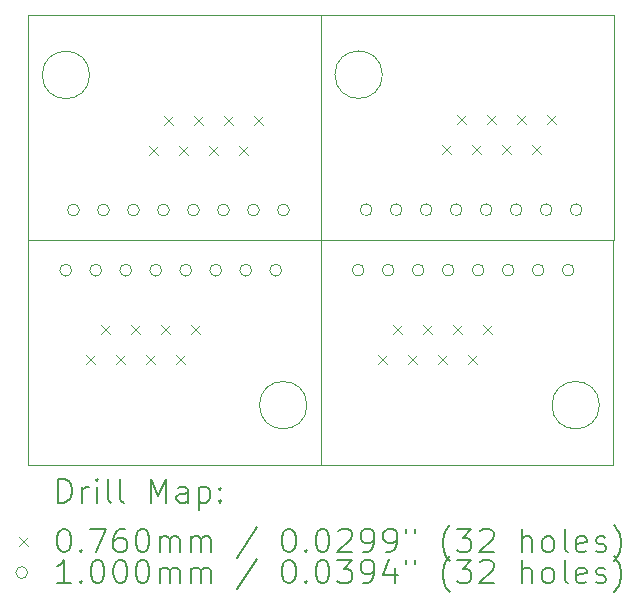
<source format=gbr>
%TF.GenerationSoftware,KiCad,Pcbnew,7.0.9*%
%TF.CreationDate,2024-06-08T10:48:33-04:00*%
%TF.ProjectId,8P breakout header,38502062-7265-4616-9b6f-757420686561,rev?*%
%TF.SameCoordinates,Original*%
%TF.FileFunction,Drillmap*%
%TF.FilePolarity,Positive*%
%FSLAX45Y45*%
G04 Gerber Fmt 4.5, Leading zero omitted, Abs format (unit mm)*
G04 Created by KiCad (PCBNEW 7.0.9) date 2024-06-08 10:48:33*
%MOMM*%
%LPD*%
G01*
G04 APERTURE LIST*
%ADD10C,0.100000*%
%ADD11C,0.200000*%
G04 APERTURE END LIST*
D10*
X20836305Y-10606500D02*
G75*
G03*
X20836305Y-10606500I-200805J0D01*
G01*
X20953000Y-11114500D02*
X20953000Y-9209500D01*
X18476500Y-11114500D02*
X20953000Y-11114500D01*
X19556000Y-9209500D02*
X19810000Y-9209500D01*
X19556000Y-9209500D02*
X18476500Y-9209500D01*
X20953000Y-9209500D02*
X19810000Y-9209500D01*
X18476500Y-9209500D02*
X18476500Y-11114500D01*
X18359805Y-10606500D02*
G75*
G03*
X18359805Y-10606500I-200805J0D01*
G01*
X18476500Y-11114500D02*
X18476500Y-9209500D01*
X16000000Y-11114500D02*
X18476500Y-11114500D01*
X17079500Y-9209500D02*
X17333500Y-9209500D01*
X17079500Y-9209500D02*
X16000000Y-9209500D01*
X18476500Y-9209500D02*
X17333500Y-9209500D01*
X16000000Y-9209500D02*
X16000000Y-11114500D01*
X18998805Y-7808500D02*
G75*
G03*
X18998805Y-7808500I-200805J0D01*
G01*
X18480500Y-7300500D02*
X18480500Y-9205500D01*
X20957000Y-7300500D02*
X18480500Y-7300500D01*
X19877500Y-9205500D02*
X19623500Y-9205500D01*
X19877500Y-9205500D02*
X20957000Y-9205500D01*
X18480500Y-9205500D02*
X19623500Y-9205500D01*
X20957000Y-9205500D02*
X20957000Y-7300500D01*
X16520305Y-7810500D02*
G75*
G03*
X16520305Y-7810500I-200805J0D01*
G01*
X16002000Y-7302500D02*
X16002000Y-9207500D01*
X17399000Y-9207500D02*
X17145000Y-9207500D01*
X17399000Y-9207500D02*
X18478500Y-9207500D01*
X18478500Y-9207500D02*
X18478500Y-7302500D01*
X16002000Y-9207500D02*
X17145000Y-9207500D01*
X18478500Y-7302500D02*
X16002000Y-7302500D01*
D11*
D10*
X16486250Y-10185500D02*
X16562250Y-10261500D01*
X16562250Y-10185500D02*
X16486250Y-10261500D01*
X16613250Y-9931500D02*
X16689250Y-10007500D01*
X16689250Y-9931500D02*
X16613250Y-10007500D01*
X16740250Y-10185500D02*
X16816250Y-10261500D01*
X16816250Y-10185500D02*
X16740250Y-10261500D01*
X16867250Y-9931500D02*
X16943250Y-10007500D01*
X16943250Y-9931500D02*
X16867250Y-10007500D01*
X16994250Y-10185500D02*
X17070250Y-10261500D01*
X17070250Y-10185500D02*
X16994250Y-10261500D01*
X17027250Y-8409500D02*
X17103250Y-8485500D01*
X17103250Y-8409500D02*
X17027250Y-8485500D01*
X17121250Y-9931500D02*
X17197250Y-10007500D01*
X17197250Y-9931500D02*
X17121250Y-10007500D01*
X17154250Y-8155500D02*
X17230250Y-8231500D01*
X17230250Y-8155500D02*
X17154250Y-8231500D01*
X17248250Y-10185500D02*
X17324250Y-10261500D01*
X17324250Y-10185500D02*
X17248250Y-10261500D01*
X17281250Y-8409500D02*
X17357250Y-8485500D01*
X17357250Y-8409500D02*
X17281250Y-8485500D01*
X17375250Y-9931500D02*
X17451250Y-10007500D01*
X17451250Y-9931500D02*
X17375250Y-10007500D01*
X17408250Y-8155500D02*
X17484250Y-8231500D01*
X17484250Y-8155500D02*
X17408250Y-8231500D01*
X17535250Y-8409500D02*
X17611250Y-8485500D01*
X17611250Y-8409500D02*
X17535250Y-8485500D01*
X17662250Y-8155500D02*
X17738250Y-8231500D01*
X17738250Y-8155500D02*
X17662250Y-8231500D01*
X17789250Y-8409500D02*
X17865250Y-8485500D01*
X17865250Y-8409500D02*
X17789250Y-8485500D01*
X17916250Y-8155500D02*
X17992250Y-8231500D01*
X17992250Y-8155500D02*
X17916250Y-8231500D01*
X18962750Y-10185500D02*
X19038750Y-10261500D01*
X19038750Y-10185500D02*
X18962750Y-10261500D01*
X19089750Y-9931500D02*
X19165750Y-10007500D01*
X19165750Y-9931500D02*
X19089750Y-10007500D01*
X19216750Y-10185500D02*
X19292750Y-10261500D01*
X19292750Y-10185500D02*
X19216750Y-10261500D01*
X19343750Y-9931500D02*
X19419750Y-10007500D01*
X19419750Y-9931500D02*
X19343750Y-10007500D01*
X19470750Y-10185500D02*
X19546750Y-10261500D01*
X19546750Y-10185500D02*
X19470750Y-10261500D01*
X19505750Y-8407500D02*
X19581750Y-8483500D01*
X19581750Y-8407500D02*
X19505750Y-8483500D01*
X19597750Y-9931500D02*
X19673750Y-10007500D01*
X19673750Y-9931500D02*
X19597750Y-10007500D01*
X19632750Y-8153500D02*
X19708750Y-8229500D01*
X19708750Y-8153500D02*
X19632750Y-8229500D01*
X19724750Y-10185500D02*
X19800750Y-10261500D01*
X19800750Y-10185500D02*
X19724750Y-10261500D01*
X19759750Y-8407500D02*
X19835750Y-8483500D01*
X19835750Y-8407500D02*
X19759750Y-8483500D01*
X19851750Y-9931500D02*
X19927750Y-10007500D01*
X19927750Y-9931500D02*
X19851750Y-10007500D01*
X19886750Y-8153500D02*
X19962750Y-8229500D01*
X19962750Y-8153500D02*
X19886750Y-8229500D01*
X20013750Y-8407500D02*
X20089750Y-8483500D01*
X20089750Y-8407500D02*
X20013750Y-8483500D01*
X20140750Y-8153500D02*
X20216750Y-8229500D01*
X20216750Y-8153500D02*
X20140750Y-8229500D01*
X20267750Y-8407500D02*
X20343750Y-8483500D01*
X20343750Y-8407500D02*
X20267750Y-8483500D01*
X20394750Y-8153500D02*
X20470750Y-8229500D01*
X20470750Y-8153500D02*
X20394750Y-8229500D01*
X16367500Y-9463500D02*
G75*
G03*
X16367500Y-9463500I-50000J0D01*
G01*
X16433000Y-8953500D02*
G75*
G03*
X16433000Y-8953500I-50000J0D01*
G01*
X16621500Y-9463500D02*
G75*
G03*
X16621500Y-9463500I-50000J0D01*
G01*
X16687000Y-8953500D02*
G75*
G03*
X16687000Y-8953500I-50000J0D01*
G01*
X16875500Y-9463500D02*
G75*
G03*
X16875500Y-9463500I-50000J0D01*
G01*
X16941000Y-8953500D02*
G75*
G03*
X16941000Y-8953500I-50000J0D01*
G01*
X17129500Y-9463500D02*
G75*
G03*
X17129500Y-9463500I-50000J0D01*
G01*
X17195000Y-8953500D02*
G75*
G03*
X17195000Y-8953500I-50000J0D01*
G01*
X17383500Y-9463500D02*
G75*
G03*
X17383500Y-9463500I-50000J0D01*
G01*
X17449000Y-8953500D02*
G75*
G03*
X17449000Y-8953500I-50000J0D01*
G01*
X17637500Y-9463500D02*
G75*
G03*
X17637500Y-9463500I-50000J0D01*
G01*
X17703000Y-8953500D02*
G75*
G03*
X17703000Y-8953500I-50000J0D01*
G01*
X17891500Y-9463500D02*
G75*
G03*
X17891500Y-9463500I-50000J0D01*
G01*
X17957000Y-8953500D02*
G75*
G03*
X17957000Y-8953500I-50000J0D01*
G01*
X18145500Y-9463500D02*
G75*
G03*
X18145500Y-9463500I-50000J0D01*
G01*
X18211000Y-8953500D02*
G75*
G03*
X18211000Y-8953500I-50000J0D01*
G01*
X18844000Y-9463500D02*
G75*
G03*
X18844000Y-9463500I-50000J0D01*
G01*
X18911500Y-8951500D02*
G75*
G03*
X18911500Y-8951500I-50000J0D01*
G01*
X19098000Y-9463500D02*
G75*
G03*
X19098000Y-9463500I-50000J0D01*
G01*
X19165500Y-8951500D02*
G75*
G03*
X19165500Y-8951500I-50000J0D01*
G01*
X19352000Y-9463500D02*
G75*
G03*
X19352000Y-9463500I-50000J0D01*
G01*
X19419500Y-8951500D02*
G75*
G03*
X19419500Y-8951500I-50000J0D01*
G01*
X19606000Y-9463500D02*
G75*
G03*
X19606000Y-9463500I-50000J0D01*
G01*
X19673500Y-8951500D02*
G75*
G03*
X19673500Y-8951500I-50000J0D01*
G01*
X19860000Y-9463500D02*
G75*
G03*
X19860000Y-9463500I-50000J0D01*
G01*
X19927500Y-8951500D02*
G75*
G03*
X19927500Y-8951500I-50000J0D01*
G01*
X20114000Y-9463500D02*
G75*
G03*
X20114000Y-9463500I-50000J0D01*
G01*
X20181500Y-8951500D02*
G75*
G03*
X20181500Y-8951500I-50000J0D01*
G01*
X20368000Y-9463500D02*
G75*
G03*
X20368000Y-9463500I-50000J0D01*
G01*
X20435500Y-8951500D02*
G75*
G03*
X20435500Y-8951500I-50000J0D01*
G01*
X20622000Y-9463500D02*
G75*
G03*
X20622000Y-9463500I-50000J0D01*
G01*
X20689500Y-8951500D02*
G75*
G03*
X20689500Y-8951500I-50000J0D01*
G01*
D11*
X16255777Y-11430984D02*
X16255777Y-11230984D01*
X16255777Y-11230984D02*
X16303396Y-11230984D01*
X16303396Y-11230984D02*
X16331967Y-11240508D01*
X16331967Y-11240508D02*
X16351015Y-11259555D01*
X16351015Y-11259555D02*
X16360539Y-11278603D01*
X16360539Y-11278603D02*
X16370062Y-11316698D01*
X16370062Y-11316698D02*
X16370062Y-11345269D01*
X16370062Y-11345269D02*
X16360539Y-11383365D01*
X16360539Y-11383365D02*
X16351015Y-11402412D01*
X16351015Y-11402412D02*
X16331967Y-11421460D01*
X16331967Y-11421460D02*
X16303396Y-11430984D01*
X16303396Y-11430984D02*
X16255777Y-11430984D01*
X16455777Y-11430984D02*
X16455777Y-11297650D01*
X16455777Y-11335746D02*
X16465301Y-11316698D01*
X16465301Y-11316698D02*
X16474824Y-11307174D01*
X16474824Y-11307174D02*
X16493872Y-11297650D01*
X16493872Y-11297650D02*
X16512920Y-11297650D01*
X16579586Y-11430984D02*
X16579586Y-11297650D01*
X16579586Y-11230984D02*
X16570062Y-11240508D01*
X16570062Y-11240508D02*
X16579586Y-11250031D01*
X16579586Y-11250031D02*
X16589110Y-11240508D01*
X16589110Y-11240508D02*
X16579586Y-11230984D01*
X16579586Y-11230984D02*
X16579586Y-11250031D01*
X16703396Y-11430984D02*
X16684348Y-11421460D01*
X16684348Y-11421460D02*
X16674824Y-11402412D01*
X16674824Y-11402412D02*
X16674824Y-11230984D01*
X16808158Y-11430984D02*
X16789110Y-11421460D01*
X16789110Y-11421460D02*
X16779586Y-11402412D01*
X16779586Y-11402412D02*
X16779586Y-11230984D01*
X17036729Y-11430984D02*
X17036729Y-11230984D01*
X17036729Y-11230984D02*
X17103396Y-11373841D01*
X17103396Y-11373841D02*
X17170063Y-11230984D01*
X17170063Y-11230984D02*
X17170063Y-11430984D01*
X17351015Y-11430984D02*
X17351015Y-11326222D01*
X17351015Y-11326222D02*
X17341491Y-11307174D01*
X17341491Y-11307174D02*
X17322444Y-11297650D01*
X17322444Y-11297650D02*
X17284348Y-11297650D01*
X17284348Y-11297650D02*
X17265301Y-11307174D01*
X17351015Y-11421460D02*
X17331967Y-11430984D01*
X17331967Y-11430984D02*
X17284348Y-11430984D01*
X17284348Y-11430984D02*
X17265301Y-11421460D01*
X17265301Y-11421460D02*
X17255777Y-11402412D01*
X17255777Y-11402412D02*
X17255777Y-11383365D01*
X17255777Y-11383365D02*
X17265301Y-11364317D01*
X17265301Y-11364317D02*
X17284348Y-11354793D01*
X17284348Y-11354793D02*
X17331967Y-11354793D01*
X17331967Y-11354793D02*
X17351015Y-11345269D01*
X17446253Y-11297650D02*
X17446253Y-11497650D01*
X17446253Y-11307174D02*
X17465301Y-11297650D01*
X17465301Y-11297650D02*
X17503396Y-11297650D01*
X17503396Y-11297650D02*
X17522444Y-11307174D01*
X17522444Y-11307174D02*
X17531967Y-11316698D01*
X17531967Y-11316698D02*
X17541491Y-11335746D01*
X17541491Y-11335746D02*
X17541491Y-11392888D01*
X17541491Y-11392888D02*
X17531967Y-11411936D01*
X17531967Y-11411936D02*
X17522444Y-11421460D01*
X17522444Y-11421460D02*
X17503396Y-11430984D01*
X17503396Y-11430984D02*
X17465301Y-11430984D01*
X17465301Y-11430984D02*
X17446253Y-11421460D01*
X17627205Y-11411936D02*
X17636729Y-11421460D01*
X17636729Y-11421460D02*
X17627205Y-11430984D01*
X17627205Y-11430984D02*
X17617682Y-11421460D01*
X17617682Y-11421460D02*
X17627205Y-11411936D01*
X17627205Y-11411936D02*
X17627205Y-11430984D01*
X17627205Y-11307174D02*
X17636729Y-11316698D01*
X17636729Y-11316698D02*
X17627205Y-11326222D01*
X17627205Y-11326222D02*
X17617682Y-11316698D01*
X17617682Y-11316698D02*
X17627205Y-11307174D01*
X17627205Y-11307174D02*
X17627205Y-11326222D01*
D10*
X15919000Y-11721500D02*
X15995000Y-11797500D01*
X15995000Y-11721500D02*
X15919000Y-11797500D01*
D11*
X16293872Y-11650984D02*
X16312920Y-11650984D01*
X16312920Y-11650984D02*
X16331967Y-11660508D01*
X16331967Y-11660508D02*
X16341491Y-11670031D01*
X16341491Y-11670031D02*
X16351015Y-11689079D01*
X16351015Y-11689079D02*
X16360539Y-11727174D01*
X16360539Y-11727174D02*
X16360539Y-11774793D01*
X16360539Y-11774793D02*
X16351015Y-11812888D01*
X16351015Y-11812888D02*
X16341491Y-11831936D01*
X16341491Y-11831936D02*
X16331967Y-11841460D01*
X16331967Y-11841460D02*
X16312920Y-11850984D01*
X16312920Y-11850984D02*
X16293872Y-11850984D01*
X16293872Y-11850984D02*
X16274824Y-11841460D01*
X16274824Y-11841460D02*
X16265301Y-11831936D01*
X16265301Y-11831936D02*
X16255777Y-11812888D01*
X16255777Y-11812888D02*
X16246253Y-11774793D01*
X16246253Y-11774793D02*
X16246253Y-11727174D01*
X16246253Y-11727174D02*
X16255777Y-11689079D01*
X16255777Y-11689079D02*
X16265301Y-11670031D01*
X16265301Y-11670031D02*
X16274824Y-11660508D01*
X16274824Y-11660508D02*
X16293872Y-11650984D01*
X16446253Y-11831936D02*
X16455777Y-11841460D01*
X16455777Y-11841460D02*
X16446253Y-11850984D01*
X16446253Y-11850984D02*
X16436729Y-11841460D01*
X16436729Y-11841460D02*
X16446253Y-11831936D01*
X16446253Y-11831936D02*
X16446253Y-11850984D01*
X16522443Y-11650984D02*
X16655777Y-11650984D01*
X16655777Y-11650984D02*
X16570062Y-11850984D01*
X16817682Y-11650984D02*
X16779586Y-11650984D01*
X16779586Y-11650984D02*
X16760539Y-11660508D01*
X16760539Y-11660508D02*
X16751015Y-11670031D01*
X16751015Y-11670031D02*
X16731967Y-11698603D01*
X16731967Y-11698603D02*
X16722443Y-11736698D01*
X16722443Y-11736698D02*
X16722443Y-11812888D01*
X16722443Y-11812888D02*
X16731967Y-11831936D01*
X16731967Y-11831936D02*
X16741491Y-11841460D01*
X16741491Y-11841460D02*
X16760539Y-11850984D01*
X16760539Y-11850984D02*
X16798634Y-11850984D01*
X16798634Y-11850984D02*
X16817682Y-11841460D01*
X16817682Y-11841460D02*
X16827205Y-11831936D01*
X16827205Y-11831936D02*
X16836729Y-11812888D01*
X16836729Y-11812888D02*
X16836729Y-11765269D01*
X16836729Y-11765269D02*
X16827205Y-11746222D01*
X16827205Y-11746222D02*
X16817682Y-11736698D01*
X16817682Y-11736698D02*
X16798634Y-11727174D01*
X16798634Y-11727174D02*
X16760539Y-11727174D01*
X16760539Y-11727174D02*
X16741491Y-11736698D01*
X16741491Y-11736698D02*
X16731967Y-11746222D01*
X16731967Y-11746222D02*
X16722443Y-11765269D01*
X16960539Y-11650984D02*
X16979586Y-11650984D01*
X16979586Y-11650984D02*
X16998634Y-11660508D01*
X16998634Y-11660508D02*
X17008158Y-11670031D01*
X17008158Y-11670031D02*
X17017682Y-11689079D01*
X17017682Y-11689079D02*
X17027205Y-11727174D01*
X17027205Y-11727174D02*
X17027205Y-11774793D01*
X17027205Y-11774793D02*
X17017682Y-11812888D01*
X17017682Y-11812888D02*
X17008158Y-11831936D01*
X17008158Y-11831936D02*
X16998634Y-11841460D01*
X16998634Y-11841460D02*
X16979586Y-11850984D01*
X16979586Y-11850984D02*
X16960539Y-11850984D01*
X16960539Y-11850984D02*
X16941491Y-11841460D01*
X16941491Y-11841460D02*
X16931967Y-11831936D01*
X16931967Y-11831936D02*
X16922444Y-11812888D01*
X16922444Y-11812888D02*
X16912920Y-11774793D01*
X16912920Y-11774793D02*
X16912920Y-11727174D01*
X16912920Y-11727174D02*
X16922444Y-11689079D01*
X16922444Y-11689079D02*
X16931967Y-11670031D01*
X16931967Y-11670031D02*
X16941491Y-11660508D01*
X16941491Y-11660508D02*
X16960539Y-11650984D01*
X17112920Y-11850984D02*
X17112920Y-11717650D01*
X17112920Y-11736698D02*
X17122444Y-11727174D01*
X17122444Y-11727174D02*
X17141491Y-11717650D01*
X17141491Y-11717650D02*
X17170063Y-11717650D01*
X17170063Y-11717650D02*
X17189110Y-11727174D01*
X17189110Y-11727174D02*
X17198634Y-11746222D01*
X17198634Y-11746222D02*
X17198634Y-11850984D01*
X17198634Y-11746222D02*
X17208158Y-11727174D01*
X17208158Y-11727174D02*
X17227205Y-11717650D01*
X17227205Y-11717650D02*
X17255777Y-11717650D01*
X17255777Y-11717650D02*
X17274825Y-11727174D01*
X17274825Y-11727174D02*
X17284348Y-11746222D01*
X17284348Y-11746222D02*
X17284348Y-11850984D01*
X17379586Y-11850984D02*
X17379586Y-11717650D01*
X17379586Y-11736698D02*
X17389110Y-11727174D01*
X17389110Y-11727174D02*
X17408158Y-11717650D01*
X17408158Y-11717650D02*
X17436729Y-11717650D01*
X17436729Y-11717650D02*
X17455777Y-11727174D01*
X17455777Y-11727174D02*
X17465301Y-11746222D01*
X17465301Y-11746222D02*
X17465301Y-11850984D01*
X17465301Y-11746222D02*
X17474825Y-11727174D01*
X17474825Y-11727174D02*
X17493872Y-11717650D01*
X17493872Y-11717650D02*
X17522444Y-11717650D01*
X17522444Y-11717650D02*
X17541491Y-11727174D01*
X17541491Y-11727174D02*
X17551015Y-11746222D01*
X17551015Y-11746222D02*
X17551015Y-11850984D01*
X17941491Y-11641460D02*
X17770063Y-11898603D01*
X18198634Y-11650984D02*
X18217682Y-11650984D01*
X18217682Y-11650984D02*
X18236729Y-11660508D01*
X18236729Y-11660508D02*
X18246253Y-11670031D01*
X18246253Y-11670031D02*
X18255777Y-11689079D01*
X18255777Y-11689079D02*
X18265301Y-11727174D01*
X18265301Y-11727174D02*
X18265301Y-11774793D01*
X18265301Y-11774793D02*
X18255777Y-11812888D01*
X18255777Y-11812888D02*
X18246253Y-11831936D01*
X18246253Y-11831936D02*
X18236729Y-11841460D01*
X18236729Y-11841460D02*
X18217682Y-11850984D01*
X18217682Y-11850984D02*
X18198634Y-11850984D01*
X18198634Y-11850984D02*
X18179587Y-11841460D01*
X18179587Y-11841460D02*
X18170063Y-11831936D01*
X18170063Y-11831936D02*
X18160539Y-11812888D01*
X18160539Y-11812888D02*
X18151015Y-11774793D01*
X18151015Y-11774793D02*
X18151015Y-11727174D01*
X18151015Y-11727174D02*
X18160539Y-11689079D01*
X18160539Y-11689079D02*
X18170063Y-11670031D01*
X18170063Y-11670031D02*
X18179587Y-11660508D01*
X18179587Y-11660508D02*
X18198634Y-11650984D01*
X18351015Y-11831936D02*
X18360539Y-11841460D01*
X18360539Y-11841460D02*
X18351015Y-11850984D01*
X18351015Y-11850984D02*
X18341491Y-11841460D01*
X18341491Y-11841460D02*
X18351015Y-11831936D01*
X18351015Y-11831936D02*
X18351015Y-11850984D01*
X18484348Y-11650984D02*
X18503396Y-11650984D01*
X18503396Y-11650984D02*
X18522444Y-11660508D01*
X18522444Y-11660508D02*
X18531968Y-11670031D01*
X18531968Y-11670031D02*
X18541491Y-11689079D01*
X18541491Y-11689079D02*
X18551015Y-11727174D01*
X18551015Y-11727174D02*
X18551015Y-11774793D01*
X18551015Y-11774793D02*
X18541491Y-11812888D01*
X18541491Y-11812888D02*
X18531968Y-11831936D01*
X18531968Y-11831936D02*
X18522444Y-11841460D01*
X18522444Y-11841460D02*
X18503396Y-11850984D01*
X18503396Y-11850984D02*
X18484348Y-11850984D01*
X18484348Y-11850984D02*
X18465301Y-11841460D01*
X18465301Y-11841460D02*
X18455777Y-11831936D01*
X18455777Y-11831936D02*
X18446253Y-11812888D01*
X18446253Y-11812888D02*
X18436729Y-11774793D01*
X18436729Y-11774793D02*
X18436729Y-11727174D01*
X18436729Y-11727174D02*
X18446253Y-11689079D01*
X18446253Y-11689079D02*
X18455777Y-11670031D01*
X18455777Y-11670031D02*
X18465301Y-11660508D01*
X18465301Y-11660508D02*
X18484348Y-11650984D01*
X18627206Y-11670031D02*
X18636729Y-11660508D01*
X18636729Y-11660508D02*
X18655777Y-11650984D01*
X18655777Y-11650984D02*
X18703396Y-11650984D01*
X18703396Y-11650984D02*
X18722444Y-11660508D01*
X18722444Y-11660508D02*
X18731968Y-11670031D01*
X18731968Y-11670031D02*
X18741491Y-11689079D01*
X18741491Y-11689079D02*
X18741491Y-11708127D01*
X18741491Y-11708127D02*
X18731968Y-11736698D01*
X18731968Y-11736698D02*
X18617682Y-11850984D01*
X18617682Y-11850984D02*
X18741491Y-11850984D01*
X18836729Y-11850984D02*
X18874825Y-11850984D01*
X18874825Y-11850984D02*
X18893872Y-11841460D01*
X18893872Y-11841460D02*
X18903396Y-11831936D01*
X18903396Y-11831936D02*
X18922444Y-11803365D01*
X18922444Y-11803365D02*
X18931968Y-11765269D01*
X18931968Y-11765269D02*
X18931968Y-11689079D01*
X18931968Y-11689079D02*
X18922444Y-11670031D01*
X18922444Y-11670031D02*
X18912920Y-11660508D01*
X18912920Y-11660508D02*
X18893872Y-11650984D01*
X18893872Y-11650984D02*
X18855777Y-11650984D01*
X18855777Y-11650984D02*
X18836729Y-11660508D01*
X18836729Y-11660508D02*
X18827206Y-11670031D01*
X18827206Y-11670031D02*
X18817682Y-11689079D01*
X18817682Y-11689079D02*
X18817682Y-11736698D01*
X18817682Y-11736698D02*
X18827206Y-11755746D01*
X18827206Y-11755746D02*
X18836729Y-11765269D01*
X18836729Y-11765269D02*
X18855777Y-11774793D01*
X18855777Y-11774793D02*
X18893872Y-11774793D01*
X18893872Y-11774793D02*
X18912920Y-11765269D01*
X18912920Y-11765269D02*
X18922444Y-11755746D01*
X18922444Y-11755746D02*
X18931968Y-11736698D01*
X19027206Y-11850984D02*
X19065301Y-11850984D01*
X19065301Y-11850984D02*
X19084349Y-11841460D01*
X19084349Y-11841460D02*
X19093872Y-11831936D01*
X19093872Y-11831936D02*
X19112920Y-11803365D01*
X19112920Y-11803365D02*
X19122444Y-11765269D01*
X19122444Y-11765269D02*
X19122444Y-11689079D01*
X19122444Y-11689079D02*
X19112920Y-11670031D01*
X19112920Y-11670031D02*
X19103396Y-11660508D01*
X19103396Y-11660508D02*
X19084349Y-11650984D01*
X19084349Y-11650984D02*
X19046253Y-11650984D01*
X19046253Y-11650984D02*
X19027206Y-11660508D01*
X19027206Y-11660508D02*
X19017682Y-11670031D01*
X19017682Y-11670031D02*
X19008158Y-11689079D01*
X19008158Y-11689079D02*
X19008158Y-11736698D01*
X19008158Y-11736698D02*
X19017682Y-11755746D01*
X19017682Y-11755746D02*
X19027206Y-11765269D01*
X19027206Y-11765269D02*
X19046253Y-11774793D01*
X19046253Y-11774793D02*
X19084349Y-11774793D01*
X19084349Y-11774793D02*
X19103396Y-11765269D01*
X19103396Y-11765269D02*
X19112920Y-11755746D01*
X19112920Y-11755746D02*
X19122444Y-11736698D01*
X19198634Y-11650984D02*
X19198634Y-11689079D01*
X19274825Y-11650984D02*
X19274825Y-11689079D01*
X19570063Y-11927174D02*
X19560539Y-11917650D01*
X19560539Y-11917650D02*
X19541491Y-11889079D01*
X19541491Y-11889079D02*
X19531968Y-11870031D01*
X19531968Y-11870031D02*
X19522444Y-11841460D01*
X19522444Y-11841460D02*
X19512920Y-11793841D01*
X19512920Y-11793841D02*
X19512920Y-11755746D01*
X19512920Y-11755746D02*
X19522444Y-11708127D01*
X19522444Y-11708127D02*
X19531968Y-11679555D01*
X19531968Y-11679555D02*
X19541491Y-11660508D01*
X19541491Y-11660508D02*
X19560539Y-11631936D01*
X19560539Y-11631936D02*
X19570063Y-11622412D01*
X19627206Y-11650984D02*
X19751015Y-11650984D01*
X19751015Y-11650984D02*
X19684349Y-11727174D01*
X19684349Y-11727174D02*
X19712920Y-11727174D01*
X19712920Y-11727174D02*
X19731968Y-11736698D01*
X19731968Y-11736698D02*
X19741491Y-11746222D01*
X19741491Y-11746222D02*
X19751015Y-11765269D01*
X19751015Y-11765269D02*
X19751015Y-11812888D01*
X19751015Y-11812888D02*
X19741491Y-11831936D01*
X19741491Y-11831936D02*
X19731968Y-11841460D01*
X19731968Y-11841460D02*
X19712920Y-11850984D01*
X19712920Y-11850984D02*
X19655777Y-11850984D01*
X19655777Y-11850984D02*
X19636730Y-11841460D01*
X19636730Y-11841460D02*
X19627206Y-11831936D01*
X19827206Y-11670031D02*
X19836730Y-11660508D01*
X19836730Y-11660508D02*
X19855777Y-11650984D01*
X19855777Y-11650984D02*
X19903396Y-11650984D01*
X19903396Y-11650984D02*
X19922444Y-11660508D01*
X19922444Y-11660508D02*
X19931968Y-11670031D01*
X19931968Y-11670031D02*
X19941491Y-11689079D01*
X19941491Y-11689079D02*
X19941491Y-11708127D01*
X19941491Y-11708127D02*
X19931968Y-11736698D01*
X19931968Y-11736698D02*
X19817682Y-11850984D01*
X19817682Y-11850984D02*
X19941491Y-11850984D01*
X20179587Y-11850984D02*
X20179587Y-11650984D01*
X20265301Y-11850984D02*
X20265301Y-11746222D01*
X20265301Y-11746222D02*
X20255777Y-11727174D01*
X20255777Y-11727174D02*
X20236730Y-11717650D01*
X20236730Y-11717650D02*
X20208158Y-11717650D01*
X20208158Y-11717650D02*
X20189111Y-11727174D01*
X20189111Y-11727174D02*
X20179587Y-11736698D01*
X20389111Y-11850984D02*
X20370063Y-11841460D01*
X20370063Y-11841460D02*
X20360539Y-11831936D01*
X20360539Y-11831936D02*
X20351015Y-11812888D01*
X20351015Y-11812888D02*
X20351015Y-11755746D01*
X20351015Y-11755746D02*
X20360539Y-11736698D01*
X20360539Y-11736698D02*
X20370063Y-11727174D01*
X20370063Y-11727174D02*
X20389111Y-11717650D01*
X20389111Y-11717650D02*
X20417682Y-11717650D01*
X20417682Y-11717650D02*
X20436730Y-11727174D01*
X20436730Y-11727174D02*
X20446253Y-11736698D01*
X20446253Y-11736698D02*
X20455777Y-11755746D01*
X20455777Y-11755746D02*
X20455777Y-11812888D01*
X20455777Y-11812888D02*
X20446253Y-11831936D01*
X20446253Y-11831936D02*
X20436730Y-11841460D01*
X20436730Y-11841460D02*
X20417682Y-11850984D01*
X20417682Y-11850984D02*
X20389111Y-11850984D01*
X20570063Y-11850984D02*
X20551015Y-11841460D01*
X20551015Y-11841460D02*
X20541492Y-11822412D01*
X20541492Y-11822412D02*
X20541492Y-11650984D01*
X20722444Y-11841460D02*
X20703396Y-11850984D01*
X20703396Y-11850984D02*
X20665301Y-11850984D01*
X20665301Y-11850984D02*
X20646253Y-11841460D01*
X20646253Y-11841460D02*
X20636730Y-11822412D01*
X20636730Y-11822412D02*
X20636730Y-11746222D01*
X20636730Y-11746222D02*
X20646253Y-11727174D01*
X20646253Y-11727174D02*
X20665301Y-11717650D01*
X20665301Y-11717650D02*
X20703396Y-11717650D01*
X20703396Y-11717650D02*
X20722444Y-11727174D01*
X20722444Y-11727174D02*
X20731968Y-11746222D01*
X20731968Y-11746222D02*
X20731968Y-11765269D01*
X20731968Y-11765269D02*
X20636730Y-11784317D01*
X20808158Y-11841460D02*
X20827206Y-11850984D01*
X20827206Y-11850984D02*
X20865301Y-11850984D01*
X20865301Y-11850984D02*
X20884349Y-11841460D01*
X20884349Y-11841460D02*
X20893873Y-11822412D01*
X20893873Y-11822412D02*
X20893873Y-11812888D01*
X20893873Y-11812888D02*
X20884349Y-11793841D01*
X20884349Y-11793841D02*
X20865301Y-11784317D01*
X20865301Y-11784317D02*
X20836730Y-11784317D01*
X20836730Y-11784317D02*
X20817682Y-11774793D01*
X20817682Y-11774793D02*
X20808158Y-11755746D01*
X20808158Y-11755746D02*
X20808158Y-11746222D01*
X20808158Y-11746222D02*
X20817682Y-11727174D01*
X20817682Y-11727174D02*
X20836730Y-11717650D01*
X20836730Y-11717650D02*
X20865301Y-11717650D01*
X20865301Y-11717650D02*
X20884349Y-11727174D01*
X20960539Y-11927174D02*
X20970063Y-11917650D01*
X20970063Y-11917650D02*
X20989111Y-11889079D01*
X20989111Y-11889079D02*
X20998634Y-11870031D01*
X20998634Y-11870031D02*
X21008158Y-11841460D01*
X21008158Y-11841460D02*
X21017682Y-11793841D01*
X21017682Y-11793841D02*
X21017682Y-11755746D01*
X21017682Y-11755746D02*
X21008158Y-11708127D01*
X21008158Y-11708127D02*
X20998634Y-11679555D01*
X20998634Y-11679555D02*
X20989111Y-11660508D01*
X20989111Y-11660508D02*
X20970063Y-11631936D01*
X20970063Y-11631936D02*
X20960539Y-11622412D01*
D10*
X15995000Y-12023500D02*
G75*
G03*
X15995000Y-12023500I-50000J0D01*
G01*
D11*
X16360539Y-12114984D02*
X16246253Y-12114984D01*
X16303396Y-12114984D02*
X16303396Y-11914984D01*
X16303396Y-11914984D02*
X16284348Y-11943555D01*
X16284348Y-11943555D02*
X16265301Y-11962603D01*
X16265301Y-11962603D02*
X16246253Y-11972127D01*
X16446253Y-12095936D02*
X16455777Y-12105460D01*
X16455777Y-12105460D02*
X16446253Y-12114984D01*
X16446253Y-12114984D02*
X16436729Y-12105460D01*
X16436729Y-12105460D02*
X16446253Y-12095936D01*
X16446253Y-12095936D02*
X16446253Y-12114984D01*
X16579586Y-11914984D02*
X16598634Y-11914984D01*
X16598634Y-11914984D02*
X16617682Y-11924508D01*
X16617682Y-11924508D02*
X16627205Y-11934031D01*
X16627205Y-11934031D02*
X16636729Y-11953079D01*
X16636729Y-11953079D02*
X16646253Y-11991174D01*
X16646253Y-11991174D02*
X16646253Y-12038793D01*
X16646253Y-12038793D02*
X16636729Y-12076888D01*
X16636729Y-12076888D02*
X16627205Y-12095936D01*
X16627205Y-12095936D02*
X16617682Y-12105460D01*
X16617682Y-12105460D02*
X16598634Y-12114984D01*
X16598634Y-12114984D02*
X16579586Y-12114984D01*
X16579586Y-12114984D02*
X16560539Y-12105460D01*
X16560539Y-12105460D02*
X16551015Y-12095936D01*
X16551015Y-12095936D02*
X16541491Y-12076888D01*
X16541491Y-12076888D02*
X16531967Y-12038793D01*
X16531967Y-12038793D02*
X16531967Y-11991174D01*
X16531967Y-11991174D02*
X16541491Y-11953079D01*
X16541491Y-11953079D02*
X16551015Y-11934031D01*
X16551015Y-11934031D02*
X16560539Y-11924508D01*
X16560539Y-11924508D02*
X16579586Y-11914984D01*
X16770062Y-11914984D02*
X16789110Y-11914984D01*
X16789110Y-11914984D02*
X16808158Y-11924508D01*
X16808158Y-11924508D02*
X16817682Y-11934031D01*
X16817682Y-11934031D02*
X16827205Y-11953079D01*
X16827205Y-11953079D02*
X16836729Y-11991174D01*
X16836729Y-11991174D02*
X16836729Y-12038793D01*
X16836729Y-12038793D02*
X16827205Y-12076888D01*
X16827205Y-12076888D02*
X16817682Y-12095936D01*
X16817682Y-12095936D02*
X16808158Y-12105460D01*
X16808158Y-12105460D02*
X16789110Y-12114984D01*
X16789110Y-12114984D02*
X16770062Y-12114984D01*
X16770062Y-12114984D02*
X16751015Y-12105460D01*
X16751015Y-12105460D02*
X16741491Y-12095936D01*
X16741491Y-12095936D02*
X16731967Y-12076888D01*
X16731967Y-12076888D02*
X16722443Y-12038793D01*
X16722443Y-12038793D02*
X16722443Y-11991174D01*
X16722443Y-11991174D02*
X16731967Y-11953079D01*
X16731967Y-11953079D02*
X16741491Y-11934031D01*
X16741491Y-11934031D02*
X16751015Y-11924508D01*
X16751015Y-11924508D02*
X16770062Y-11914984D01*
X16960539Y-11914984D02*
X16979586Y-11914984D01*
X16979586Y-11914984D02*
X16998634Y-11924508D01*
X16998634Y-11924508D02*
X17008158Y-11934031D01*
X17008158Y-11934031D02*
X17017682Y-11953079D01*
X17017682Y-11953079D02*
X17027205Y-11991174D01*
X17027205Y-11991174D02*
X17027205Y-12038793D01*
X17027205Y-12038793D02*
X17017682Y-12076888D01*
X17017682Y-12076888D02*
X17008158Y-12095936D01*
X17008158Y-12095936D02*
X16998634Y-12105460D01*
X16998634Y-12105460D02*
X16979586Y-12114984D01*
X16979586Y-12114984D02*
X16960539Y-12114984D01*
X16960539Y-12114984D02*
X16941491Y-12105460D01*
X16941491Y-12105460D02*
X16931967Y-12095936D01*
X16931967Y-12095936D02*
X16922444Y-12076888D01*
X16922444Y-12076888D02*
X16912920Y-12038793D01*
X16912920Y-12038793D02*
X16912920Y-11991174D01*
X16912920Y-11991174D02*
X16922444Y-11953079D01*
X16922444Y-11953079D02*
X16931967Y-11934031D01*
X16931967Y-11934031D02*
X16941491Y-11924508D01*
X16941491Y-11924508D02*
X16960539Y-11914984D01*
X17112920Y-12114984D02*
X17112920Y-11981650D01*
X17112920Y-12000698D02*
X17122444Y-11991174D01*
X17122444Y-11991174D02*
X17141491Y-11981650D01*
X17141491Y-11981650D02*
X17170063Y-11981650D01*
X17170063Y-11981650D02*
X17189110Y-11991174D01*
X17189110Y-11991174D02*
X17198634Y-12010222D01*
X17198634Y-12010222D02*
X17198634Y-12114984D01*
X17198634Y-12010222D02*
X17208158Y-11991174D01*
X17208158Y-11991174D02*
X17227205Y-11981650D01*
X17227205Y-11981650D02*
X17255777Y-11981650D01*
X17255777Y-11981650D02*
X17274825Y-11991174D01*
X17274825Y-11991174D02*
X17284348Y-12010222D01*
X17284348Y-12010222D02*
X17284348Y-12114984D01*
X17379586Y-12114984D02*
X17379586Y-11981650D01*
X17379586Y-12000698D02*
X17389110Y-11991174D01*
X17389110Y-11991174D02*
X17408158Y-11981650D01*
X17408158Y-11981650D02*
X17436729Y-11981650D01*
X17436729Y-11981650D02*
X17455777Y-11991174D01*
X17455777Y-11991174D02*
X17465301Y-12010222D01*
X17465301Y-12010222D02*
X17465301Y-12114984D01*
X17465301Y-12010222D02*
X17474825Y-11991174D01*
X17474825Y-11991174D02*
X17493872Y-11981650D01*
X17493872Y-11981650D02*
X17522444Y-11981650D01*
X17522444Y-11981650D02*
X17541491Y-11991174D01*
X17541491Y-11991174D02*
X17551015Y-12010222D01*
X17551015Y-12010222D02*
X17551015Y-12114984D01*
X17941491Y-11905460D02*
X17770063Y-12162603D01*
X18198634Y-11914984D02*
X18217682Y-11914984D01*
X18217682Y-11914984D02*
X18236729Y-11924508D01*
X18236729Y-11924508D02*
X18246253Y-11934031D01*
X18246253Y-11934031D02*
X18255777Y-11953079D01*
X18255777Y-11953079D02*
X18265301Y-11991174D01*
X18265301Y-11991174D02*
X18265301Y-12038793D01*
X18265301Y-12038793D02*
X18255777Y-12076888D01*
X18255777Y-12076888D02*
X18246253Y-12095936D01*
X18246253Y-12095936D02*
X18236729Y-12105460D01*
X18236729Y-12105460D02*
X18217682Y-12114984D01*
X18217682Y-12114984D02*
X18198634Y-12114984D01*
X18198634Y-12114984D02*
X18179587Y-12105460D01*
X18179587Y-12105460D02*
X18170063Y-12095936D01*
X18170063Y-12095936D02*
X18160539Y-12076888D01*
X18160539Y-12076888D02*
X18151015Y-12038793D01*
X18151015Y-12038793D02*
X18151015Y-11991174D01*
X18151015Y-11991174D02*
X18160539Y-11953079D01*
X18160539Y-11953079D02*
X18170063Y-11934031D01*
X18170063Y-11934031D02*
X18179587Y-11924508D01*
X18179587Y-11924508D02*
X18198634Y-11914984D01*
X18351015Y-12095936D02*
X18360539Y-12105460D01*
X18360539Y-12105460D02*
X18351015Y-12114984D01*
X18351015Y-12114984D02*
X18341491Y-12105460D01*
X18341491Y-12105460D02*
X18351015Y-12095936D01*
X18351015Y-12095936D02*
X18351015Y-12114984D01*
X18484348Y-11914984D02*
X18503396Y-11914984D01*
X18503396Y-11914984D02*
X18522444Y-11924508D01*
X18522444Y-11924508D02*
X18531968Y-11934031D01*
X18531968Y-11934031D02*
X18541491Y-11953079D01*
X18541491Y-11953079D02*
X18551015Y-11991174D01*
X18551015Y-11991174D02*
X18551015Y-12038793D01*
X18551015Y-12038793D02*
X18541491Y-12076888D01*
X18541491Y-12076888D02*
X18531968Y-12095936D01*
X18531968Y-12095936D02*
X18522444Y-12105460D01*
X18522444Y-12105460D02*
X18503396Y-12114984D01*
X18503396Y-12114984D02*
X18484348Y-12114984D01*
X18484348Y-12114984D02*
X18465301Y-12105460D01*
X18465301Y-12105460D02*
X18455777Y-12095936D01*
X18455777Y-12095936D02*
X18446253Y-12076888D01*
X18446253Y-12076888D02*
X18436729Y-12038793D01*
X18436729Y-12038793D02*
X18436729Y-11991174D01*
X18436729Y-11991174D02*
X18446253Y-11953079D01*
X18446253Y-11953079D02*
X18455777Y-11934031D01*
X18455777Y-11934031D02*
X18465301Y-11924508D01*
X18465301Y-11924508D02*
X18484348Y-11914984D01*
X18617682Y-11914984D02*
X18741491Y-11914984D01*
X18741491Y-11914984D02*
X18674825Y-11991174D01*
X18674825Y-11991174D02*
X18703396Y-11991174D01*
X18703396Y-11991174D02*
X18722444Y-12000698D01*
X18722444Y-12000698D02*
X18731968Y-12010222D01*
X18731968Y-12010222D02*
X18741491Y-12029269D01*
X18741491Y-12029269D02*
X18741491Y-12076888D01*
X18741491Y-12076888D02*
X18731968Y-12095936D01*
X18731968Y-12095936D02*
X18722444Y-12105460D01*
X18722444Y-12105460D02*
X18703396Y-12114984D01*
X18703396Y-12114984D02*
X18646253Y-12114984D01*
X18646253Y-12114984D02*
X18627206Y-12105460D01*
X18627206Y-12105460D02*
X18617682Y-12095936D01*
X18836729Y-12114984D02*
X18874825Y-12114984D01*
X18874825Y-12114984D02*
X18893872Y-12105460D01*
X18893872Y-12105460D02*
X18903396Y-12095936D01*
X18903396Y-12095936D02*
X18922444Y-12067365D01*
X18922444Y-12067365D02*
X18931968Y-12029269D01*
X18931968Y-12029269D02*
X18931968Y-11953079D01*
X18931968Y-11953079D02*
X18922444Y-11934031D01*
X18922444Y-11934031D02*
X18912920Y-11924508D01*
X18912920Y-11924508D02*
X18893872Y-11914984D01*
X18893872Y-11914984D02*
X18855777Y-11914984D01*
X18855777Y-11914984D02*
X18836729Y-11924508D01*
X18836729Y-11924508D02*
X18827206Y-11934031D01*
X18827206Y-11934031D02*
X18817682Y-11953079D01*
X18817682Y-11953079D02*
X18817682Y-12000698D01*
X18817682Y-12000698D02*
X18827206Y-12019746D01*
X18827206Y-12019746D02*
X18836729Y-12029269D01*
X18836729Y-12029269D02*
X18855777Y-12038793D01*
X18855777Y-12038793D02*
X18893872Y-12038793D01*
X18893872Y-12038793D02*
X18912920Y-12029269D01*
X18912920Y-12029269D02*
X18922444Y-12019746D01*
X18922444Y-12019746D02*
X18931968Y-12000698D01*
X19103396Y-11981650D02*
X19103396Y-12114984D01*
X19055777Y-11905460D02*
X19008158Y-12048317D01*
X19008158Y-12048317D02*
X19131968Y-12048317D01*
X19198634Y-11914984D02*
X19198634Y-11953079D01*
X19274825Y-11914984D02*
X19274825Y-11953079D01*
X19570063Y-12191174D02*
X19560539Y-12181650D01*
X19560539Y-12181650D02*
X19541491Y-12153079D01*
X19541491Y-12153079D02*
X19531968Y-12134031D01*
X19531968Y-12134031D02*
X19522444Y-12105460D01*
X19522444Y-12105460D02*
X19512920Y-12057841D01*
X19512920Y-12057841D02*
X19512920Y-12019746D01*
X19512920Y-12019746D02*
X19522444Y-11972127D01*
X19522444Y-11972127D02*
X19531968Y-11943555D01*
X19531968Y-11943555D02*
X19541491Y-11924508D01*
X19541491Y-11924508D02*
X19560539Y-11895936D01*
X19560539Y-11895936D02*
X19570063Y-11886412D01*
X19627206Y-11914984D02*
X19751015Y-11914984D01*
X19751015Y-11914984D02*
X19684349Y-11991174D01*
X19684349Y-11991174D02*
X19712920Y-11991174D01*
X19712920Y-11991174D02*
X19731968Y-12000698D01*
X19731968Y-12000698D02*
X19741491Y-12010222D01*
X19741491Y-12010222D02*
X19751015Y-12029269D01*
X19751015Y-12029269D02*
X19751015Y-12076888D01*
X19751015Y-12076888D02*
X19741491Y-12095936D01*
X19741491Y-12095936D02*
X19731968Y-12105460D01*
X19731968Y-12105460D02*
X19712920Y-12114984D01*
X19712920Y-12114984D02*
X19655777Y-12114984D01*
X19655777Y-12114984D02*
X19636730Y-12105460D01*
X19636730Y-12105460D02*
X19627206Y-12095936D01*
X19827206Y-11934031D02*
X19836730Y-11924508D01*
X19836730Y-11924508D02*
X19855777Y-11914984D01*
X19855777Y-11914984D02*
X19903396Y-11914984D01*
X19903396Y-11914984D02*
X19922444Y-11924508D01*
X19922444Y-11924508D02*
X19931968Y-11934031D01*
X19931968Y-11934031D02*
X19941491Y-11953079D01*
X19941491Y-11953079D02*
X19941491Y-11972127D01*
X19941491Y-11972127D02*
X19931968Y-12000698D01*
X19931968Y-12000698D02*
X19817682Y-12114984D01*
X19817682Y-12114984D02*
X19941491Y-12114984D01*
X20179587Y-12114984D02*
X20179587Y-11914984D01*
X20265301Y-12114984D02*
X20265301Y-12010222D01*
X20265301Y-12010222D02*
X20255777Y-11991174D01*
X20255777Y-11991174D02*
X20236730Y-11981650D01*
X20236730Y-11981650D02*
X20208158Y-11981650D01*
X20208158Y-11981650D02*
X20189111Y-11991174D01*
X20189111Y-11991174D02*
X20179587Y-12000698D01*
X20389111Y-12114984D02*
X20370063Y-12105460D01*
X20370063Y-12105460D02*
X20360539Y-12095936D01*
X20360539Y-12095936D02*
X20351015Y-12076888D01*
X20351015Y-12076888D02*
X20351015Y-12019746D01*
X20351015Y-12019746D02*
X20360539Y-12000698D01*
X20360539Y-12000698D02*
X20370063Y-11991174D01*
X20370063Y-11991174D02*
X20389111Y-11981650D01*
X20389111Y-11981650D02*
X20417682Y-11981650D01*
X20417682Y-11981650D02*
X20436730Y-11991174D01*
X20436730Y-11991174D02*
X20446253Y-12000698D01*
X20446253Y-12000698D02*
X20455777Y-12019746D01*
X20455777Y-12019746D02*
X20455777Y-12076888D01*
X20455777Y-12076888D02*
X20446253Y-12095936D01*
X20446253Y-12095936D02*
X20436730Y-12105460D01*
X20436730Y-12105460D02*
X20417682Y-12114984D01*
X20417682Y-12114984D02*
X20389111Y-12114984D01*
X20570063Y-12114984D02*
X20551015Y-12105460D01*
X20551015Y-12105460D02*
X20541492Y-12086412D01*
X20541492Y-12086412D02*
X20541492Y-11914984D01*
X20722444Y-12105460D02*
X20703396Y-12114984D01*
X20703396Y-12114984D02*
X20665301Y-12114984D01*
X20665301Y-12114984D02*
X20646253Y-12105460D01*
X20646253Y-12105460D02*
X20636730Y-12086412D01*
X20636730Y-12086412D02*
X20636730Y-12010222D01*
X20636730Y-12010222D02*
X20646253Y-11991174D01*
X20646253Y-11991174D02*
X20665301Y-11981650D01*
X20665301Y-11981650D02*
X20703396Y-11981650D01*
X20703396Y-11981650D02*
X20722444Y-11991174D01*
X20722444Y-11991174D02*
X20731968Y-12010222D01*
X20731968Y-12010222D02*
X20731968Y-12029269D01*
X20731968Y-12029269D02*
X20636730Y-12048317D01*
X20808158Y-12105460D02*
X20827206Y-12114984D01*
X20827206Y-12114984D02*
X20865301Y-12114984D01*
X20865301Y-12114984D02*
X20884349Y-12105460D01*
X20884349Y-12105460D02*
X20893873Y-12086412D01*
X20893873Y-12086412D02*
X20893873Y-12076888D01*
X20893873Y-12076888D02*
X20884349Y-12057841D01*
X20884349Y-12057841D02*
X20865301Y-12048317D01*
X20865301Y-12048317D02*
X20836730Y-12048317D01*
X20836730Y-12048317D02*
X20817682Y-12038793D01*
X20817682Y-12038793D02*
X20808158Y-12019746D01*
X20808158Y-12019746D02*
X20808158Y-12010222D01*
X20808158Y-12010222D02*
X20817682Y-11991174D01*
X20817682Y-11991174D02*
X20836730Y-11981650D01*
X20836730Y-11981650D02*
X20865301Y-11981650D01*
X20865301Y-11981650D02*
X20884349Y-11991174D01*
X20960539Y-12191174D02*
X20970063Y-12181650D01*
X20970063Y-12181650D02*
X20989111Y-12153079D01*
X20989111Y-12153079D02*
X20998634Y-12134031D01*
X20998634Y-12134031D02*
X21008158Y-12105460D01*
X21008158Y-12105460D02*
X21017682Y-12057841D01*
X21017682Y-12057841D02*
X21017682Y-12019746D01*
X21017682Y-12019746D02*
X21008158Y-11972127D01*
X21008158Y-11972127D02*
X20998634Y-11943555D01*
X20998634Y-11943555D02*
X20989111Y-11924508D01*
X20989111Y-11924508D02*
X20970063Y-11895936D01*
X20970063Y-11895936D02*
X20960539Y-11886412D01*
M02*

</source>
